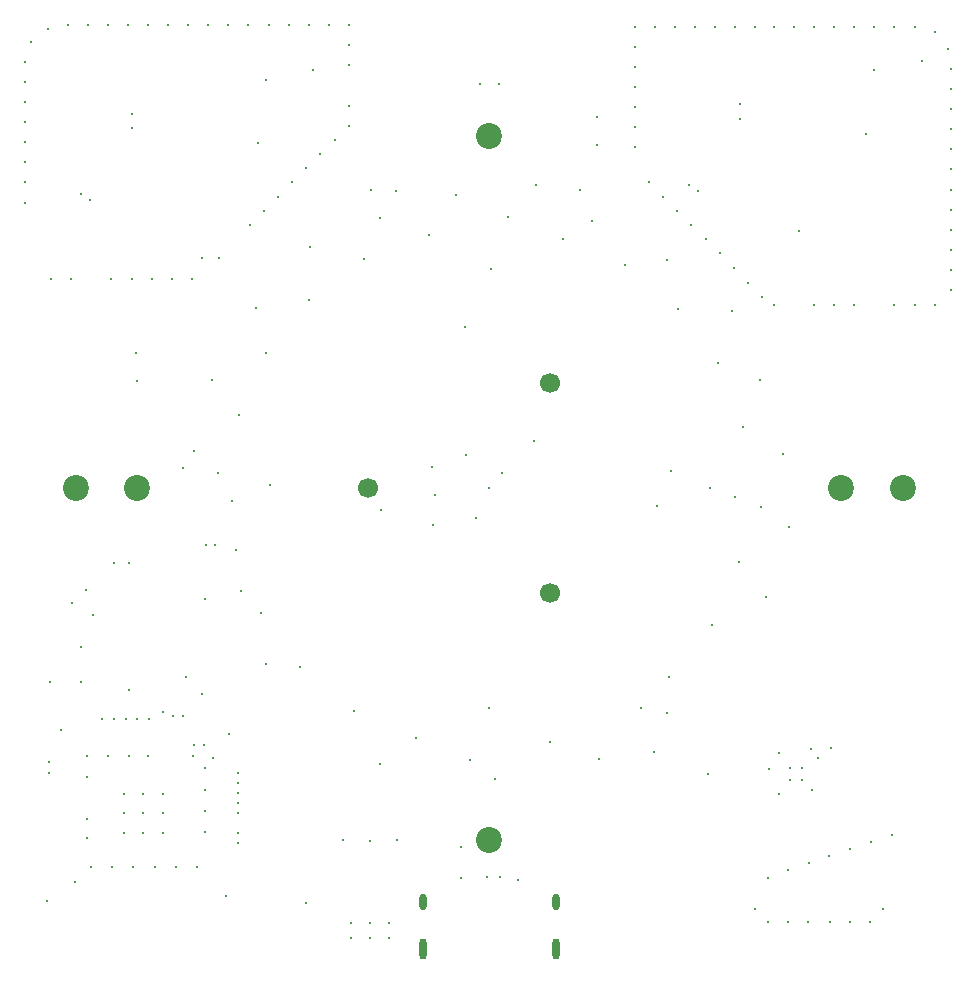
<source format=gbr>
%TF.GenerationSoftware,KiCad,Pcbnew,(6.0.8)*%
%TF.CreationDate,2022-10-28T13:47:25+02:00*%
%TF.ProjectId,view_base,76696577-5f62-4617-9365-2e6b69636164,rev?*%
%TF.SameCoordinates,Original*%
%TF.FileFunction,Plated,1,4,PTH,Mixed*%
%TF.FilePolarity,Positive*%
%FSLAX46Y46*%
G04 Gerber Fmt 4.6, Leading zero omitted, Abs format (unit mm)*
G04 Created by KiCad (PCBNEW (6.0.8)) date 2022-10-28 13:47:25*
%MOMM*%
%LPD*%
G01*
G04 APERTURE LIST*
%TA.AperFunction,ViaDrill*%
%ADD10C,0.300000*%
%TD*%
%TA.AperFunction,ComponentDrill*%
%ADD11C,0.300000*%
%TD*%
%TA.AperFunction,ViaDrill*%
%ADD12C,0.330200*%
%TD*%
G04 aperture for slot hole*
%TA.AperFunction,ComponentDrill*%
%ADD13O,0.600000X1.400000*%
%TD*%
G04 aperture for slot hole*
%TA.AperFunction,ComponentDrill*%
%ADD14O,0.600000X1.800000*%
%TD*%
%TA.AperFunction,ComponentDrill*%
%ADD15C,1.700000*%
%TD*%
%TA.AperFunction,ComponentDrill*%
%ADD16C,2.200000*%
%TD*%
G04 APERTURE END LIST*
D10*
X76000000Y-104800000D03*
X76800000Y-104800000D03*
X77947813Y-120784827D03*
X99800000Y-132900000D03*
X100900000Y-132900000D03*
D11*
%TO.C,U5*%
X125450000Y-123675000D03*
X125450000Y-124675000D03*
X126450000Y-123675000D03*
X126450000Y-124675000D03*
%TD*%
D12*
X60700000Y-63900000D03*
X60700000Y-65600000D03*
X60700000Y-67300000D03*
X60700000Y-69000000D03*
X60700000Y-70700000D03*
X60700000Y-72400000D03*
X60700000Y-74100000D03*
X60700000Y-75800000D03*
X61200000Y-62200000D03*
X62549999Y-134950001D03*
X62600000Y-61100000D03*
X62700000Y-123200000D03*
X62700000Y-124100000D03*
X62800000Y-116400000D03*
X62900000Y-82300000D03*
X63700000Y-120500000D03*
X64300000Y-60800000D03*
X64600000Y-82300000D03*
X64675000Y-109750000D03*
X64900000Y-133300000D03*
X65400000Y-75100000D03*
X65400000Y-113400000D03*
X65400000Y-116400000D03*
X65875000Y-108625000D03*
X65900000Y-122650000D03*
X65900000Y-124449999D03*
X65900000Y-128000000D03*
X65900000Y-129600000D03*
X66000000Y-60800000D03*
X66200000Y-75600000D03*
X66250000Y-132050000D03*
X66400000Y-110700000D03*
X67200000Y-119500000D03*
X67699998Y-60800001D03*
X67700000Y-122650000D03*
X68000000Y-82300000D03*
X68050000Y-132050000D03*
X68187697Y-119500000D03*
X68200000Y-106300000D03*
X69050000Y-125850000D03*
X69050000Y-127500000D03*
X69050000Y-129150000D03*
X69200000Y-119500000D03*
X69400000Y-60800000D03*
X69500000Y-106300000D03*
X69500000Y-117100000D03*
X69500000Y-122650000D03*
X69700000Y-68300000D03*
X69700000Y-69500000D03*
X69700000Y-82300000D03*
X69850000Y-132050000D03*
X70100000Y-88500000D03*
X70148676Y-90948676D03*
X70200000Y-119500000D03*
X70700000Y-125850000D03*
X70700000Y-127500000D03*
X70700000Y-129150000D03*
X71100000Y-60800000D03*
X71100000Y-122650000D03*
X71200000Y-119500000D03*
X71400000Y-82300000D03*
X71650000Y-132050000D03*
X72350000Y-125850000D03*
X72350000Y-127500000D03*
X72350000Y-129150000D03*
X72400000Y-118900000D03*
X72799998Y-60800001D03*
X73100000Y-82300000D03*
X73212303Y-119274606D03*
X73450000Y-132050000D03*
X74100000Y-98250000D03*
X74100000Y-119274606D03*
X74300000Y-116000000D03*
X74500000Y-60800000D03*
X74800000Y-82300000D03*
X74900000Y-122650000D03*
X74950000Y-96850000D03*
X75000000Y-121700000D03*
X75249999Y-132050000D03*
X75700000Y-80500000D03*
X75700000Y-117400000D03*
X75812303Y-121700000D03*
X75900000Y-109400000D03*
X75900000Y-123700000D03*
X75900000Y-125499999D03*
X75900000Y-127300000D03*
X75900000Y-129099999D03*
X76200000Y-60800000D03*
X76550000Y-90800000D03*
X76624606Y-122800000D03*
X77000000Y-98700000D03*
X77100000Y-80500000D03*
X77700000Y-134500000D03*
X77899998Y-60800001D03*
X78200000Y-101100000D03*
X78525000Y-105200000D03*
X78700000Y-124100000D03*
X78700000Y-124950000D03*
X78700000Y-125800000D03*
X78700000Y-126650000D03*
X78700000Y-127500000D03*
X78700000Y-129200000D03*
X78700000Y-130050000D03*
X78800000Y-93800000D03*
X78950000Y-108700000D03*
X79600000Y-60800000D03*
X79600000Y-60800000D03*
X79697917Y-77702084D03*
X80200000Y-84750000D03*
X80400000Y-70800000D03*
X80625000Y-110550000D03*
X80893759Y-76506246D03*
X81100000Y-65400000D03*
X81100000Y-114900000D03*
X81125000Y-88500000D03*
X81300000Y-60800000D03*
X81437500Y-99700000D03*
X82095839Y-75304161D03*
X82999998Y-60800001D03*
X83297917Y-74102084D03*
X83975000Y-115150000D03*
X84493759Y-72906246D03*
X84500000Y-135100000D03*
X84700000Y-60800000D03*
X84700000Y-60800000D03*
X84725000Y-84050000D03*
X84850000Y-79600000D03*
X85100000Y-64600000D03*
X85695839Y-71704161D03*
X86400000Y-60800000D03*
X86897917Y-70502084D03*
X87600000Y-129800000D03*
X88099998Y-60800001D03*
X88100000Y-62500003D03*
X88100000Y-64199999D03*
X88100000Y-67600003D03*
X88100000Y-69299999D03*
X88300000Y-136800000D03*
X88300000Y-138100000D03*
X88500000Y-118850000D03*
X89400000Y-80600000D03*
X89900000Y-129850000D03*
X89900000Y-136800000D03*
X89900000Y-138100000D03*
X90000000Y-74700000D03*
X90750000Y-77150000D03*
X90750000Y-123300000D03*
X90800000Y-101800000D03*
X91500000Y-136800000D03*
X91500000Y-138100000D03*
X92100000Y-74800000D03*
X92200000Y-129800000D03*
X93775000Y-121175000D03*
X94875000Y-78525000D03*
X95100000Y-98200000D03*
X95200000Y-103100000D03*
X95400000Y-100600000D03*
X97200000Y-75150000D03*
X97600000Y-130400000D03*
X97600000Y-133000000D03*
X97900000Y-86300000D03*
X98000000Y-97200000D03*
X98400000Y-123000000D03*
X98900000Y-102500000D03*
X99200000Y-65800000D03*
X100000000Y-100000000D03*
X100000000Y-118562500D03*
X100100000Y-81437500D03*
X100500000Y-124603600D03*
X100800000Y-65800000D03*
X101088059Y-98691400D03*
X101600000Y-77000000D03*
X102400000Y-133200000D03*
X103800000Y-96000000D03*
X103950000Y-74350000D03*
X105125000Y-121450000D03*
X106225000Y-78850000D03*
X107700000Y-74750000D03*
X108700000Y-77350000D03*
X109100000Y-68600000D03*
X109100000Y-70900000D03*
X109300000Y-122950000D03*
X111500000Y-81125000D03*
X112299995Y-69400002D03*
X112299996Y-60900001D03*
X112299998Y-67700003D03*
X112300000Y-62600000D03*
X112300001Y-71100002D03*
X112300003Y-64300006D03*
X112300007Y-65999999D03*
X112850000Y-118600000D03*
X113500000Y-74100000D03*
X113900000Y-122300000D03*
X114000000Y-60900001D03*
X114200000Y-101500000D03*
X114702087Y-75302083D03*
X115000000Y-80700000D03*
X115000000Y-119000000D03*
X115225000Y-116000000D03*
X115400000Y-98500000D03*
X115699997Y-60900000D03*
X115904167Y-76504158D03*
X115975000Y-84775000D03*
X116899999Y-74299997D03*
X117106245Y-77706248D03*
X117399996Y-60899999D03*
X117700001Y-74799999D03*
X118308324Y-78908331D03*
X118500000Y-124200000D03*
X118662500Y-100000000D03*
X118850000Y-111550000D03*
X119100001Y-60900007D03*
X119375000Y-89425000D03*
X119510408Y-80110408D03*
X120500000Y-84950000D03*
X120712489Y-81312489D03*
X120799994Y-60900003D03*
X120800000Y-100700000D03*
X121175000Y-106200000D03*
X121199999Y-67499999D03*
X121200000Y-68699998D03*
X121475000Y-94825000D03*
X121900000Y-82600000D03*
X122500000Y-60900000D03*
X122500000Y-135600000D03*
X122900000Y-90850000D03*
X123000000Y-101600000D03*
X123102088Y-83802085D03*
X123450000Y-109200000D03*
X123600000Y-132975000D03*
X123600000Y-136700000D03*
X123700000Y-123800000D03*
X124099995Y-60900000D03*
X124099996Y-84500001D03*
X124500000Y-122400000D03*
X124500000Y-125900000D03*
X124900000Y-97100000D03*
X125300000Y-132325000D03*
X125300000Y-136700000D03*
X125400000Y-103300000D03*
X125799999Y-60900000D03*
X126200000Y-78199992D03*
X127000000Y-136700000D03*
X127075000Y-131725000D03*
X127200000Y-122100000D03*
X127319400Y-125544400D03*
X127499996Y-60899999D03*
X127499997Y-84500000D03*
X127800000Y-122800000D03*
X128775000Y-131125000D03*
X128800000Y-136700000D03*
X128900000Y-122000000D03*
X129199995Y-60899998D03*
X129200004Y-84500002D03*
X130500000Y-130525000D03*
X130500000Y-136700000D03*
X130899997Y-84499999D03*
X130900000Y-60900006D03*
X131899998Y-69999997D03*
X132200000Y-136700000D03*
X132275000Y-129925000D03*
X132599993Y-60900002D03*
X132599999Y-64599999D03*
X133300000Y-135600000D03*
X134050000Y-129325000D03*
X134299999Y-60899999D03*
X134300006Y-84499997D03*
X135999998Y-60899999D03*
X135999999Y-84499999D03*
X136600000Y-63799999D03*
X137699997Y-61399998D03*
X137700000Y-84500000D03*
X138799994Y-62800003D03*
X139099993Y-64500001D03*
X139099993Y-79800001D03*
X139099995Y-66200002D03*
X139099995Y-67900002D03*
X139099996Y-71300002D03*
X139099997Y-78099997D03*
X139099999Y-69600001D03*
X139099999Y-72999994D03*
X139100000Y-76400000D03*
X139100000Y-81500000D03*
X139100001Y-74699999D03*
X139100002Y-83200007D03*
D13*
%TO.C,J2*%
X94380000Y-135000000D03*
D14*
X94380000Y-139000000D03*
D13*
X105620000Y-135000000D03*
D14*
X105620000Y-139000000D03*
D15*
%TO.C,H2*%
X89749146Y-100000000D03*
%TO.C,H3*%
X105125427Y-91122500D03*
%TO.C,H1*%
X105125427Y-108877499D03*
D16*
%TO.C,H9*%
X65000000Y-100000000D03*
%TO.C,H5*%
X70200000Y-100000000D03*
%TO.C,H6*%
X100000000Y-70200000D03*
%TO.C,H4*%
X100000000Y-129800000D03*
%TO.C,H7*%
X129800000Y-100000000D03*
%TO.C,H8*%
X135000000Y-100000000D03*
M02*

</source>
